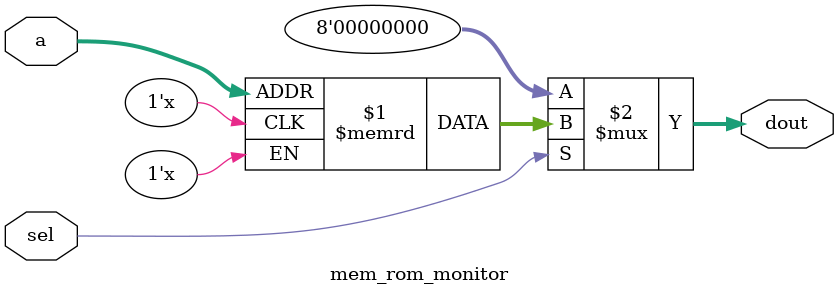
<source format=v>
`timescale 1ns / 1ps

module mem_rom_monitor (
  input  wire       sel,
  input  wire [12:0] a,
  output wire [7:0] dout
  );

// This does not need to be clocked.
reg [7:0] mem [8191:0];


//  $display("Loading monitor");
//  $readmemb("monitor.mem", memory);
//

initial begin
 `include "rom-include.v" 
 end 

assign dout = sel ? mem[a] : 8'b0; 

endmodule
</source>
